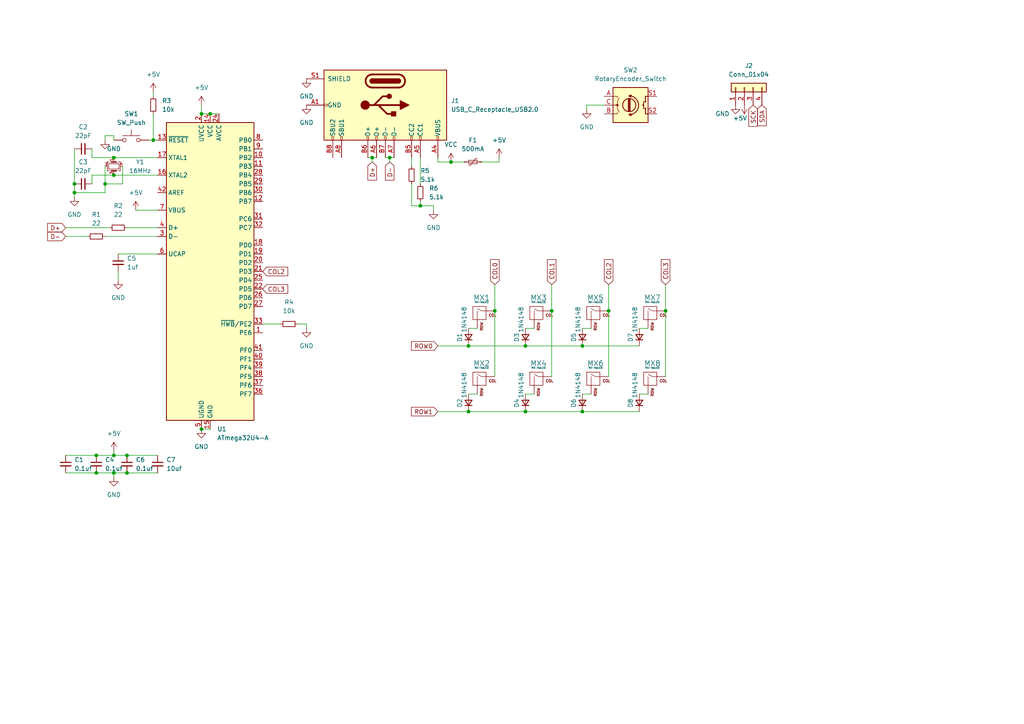
<source format=kicad_sch>
(kicad_sch (version 20211123) (generator eeschema)
  (paper "A4")
  (lib_symbols
    (symbol "Connector:USB_C_Receptacle_USB2.0" (pin_names (offset 1.016))
      (property "Reference" "J" (at -10.16 19.05 0))
      (property "Value" "USB_C_Receptacle_USB2.0" (at 19.05 19.05 0))
      (symbol "USB_C_Receptacle_USB2.0_0_0"
        (rectangle (start -0.254 -17.78) (end 0.254 -16.764))
        (rectangle (start 10.16 -14.986) (end 9.144 -15.494))
        (rectangle (start 10.16 -12.446) (end 9.144 -12.954))
        (rectangle (start 10.16 -4.826) (end 9.144 -5.334))
        (rectangle (start 10.16 -2.286) (end 9.144 -2.794))
        (rectangle (start 10.16 0.254) (end 9.144 -0.254))
        (rectangle (start 10.16 2.794) (end 9.144 2.286))
        (rectangle (start 10.16 7.874) (end 9.144 7.366))
        (rectangle (start 10.16 10.414) (end 9.144 9.906))
        (rectangle (start 10.16 15.494) (end 9.144 14.986))
      )
      (symbol "USB_C_Receptacle_USB2.0_0_1"
        (rectangle (start -10.16 17.78) (end 10.16 -17.78) (stroke (width 0.254)) (fill (type background)))
        (arc (start -8.89 -3.81) (mid -6.985 -5.715) (end -5.08 -3.81) (stroke (width 0.508)))
        (arc (start -7.62 -3.81) (mid -6.985 -4.445) (end -6.35 -3.81) (stroke (width 0.254)))
        (arc (start -7.62 -3.81) (mid -6.985 -4.445) (end -6.35 -3.81) (stroke (width 0.254)) (fill (type outline)))
        (rectangle (start -7.62 -3.81) (end -6.35 3.81) (stroke (width 0.254)) (fill (type outline)))
        (arc (start -6.35 3.81) (mid -6.985 4.445) (end -7.62 3.81) (stroke (width 0.254)))
        (arc (start -6.35 3.81) (mid -6.985 4.445) (end -7.62 3.81) (stroke (width 0.254)) (fill (type outline)))
        (arc (start -5.08 3.81) (mid -6.985 5.715) (end -8.89 3.81) (stroke (width 0.508)))
        (circle (center -2.54 1.143) (radius 0.635) (stroke (width 0.254)) (fill (type outline)))
        (circle (center 0 -5.842) (radius 1.27) (fill (type outline)))
        (polyline (pts (xy -8.89 -3.81) (xy -8.89 3.81)) (stroke (width 0.508)))
        (polyline (pts (xy -5.08 3.81) (xy -5.08 -3.81)) (stroke (width 0.508)))
        (polyline (pts (xy 0 -5.842) (xy 0 4.318)) (stroke (width 0.508)))
        (polyline (pts (xy 0 -3.302) (xy -2.54 -0.762) (xy -2.54 0.508)) (stroke (width 0.508)))
        (polyline (pts (xy 0 -2.032) (xy 2.54 0.508) (xy 2.54 1.778)) (stroke (width 0.508)))
        (polyline (pts (xy -1.27 4.318) (xy 0 6.858) (xy 1.27 4.318) (xy -1.27 4.318)) (stroke (width 0.254)) (fill (type outline)))
        (rectangle (start 1.905 1.778) (end 3.175 3.048) (stroke (width 0.254)) (fill (type outline)))
      )
      (symbol "USB_C_Receptacle_USB2.0_1_1"
        (pin passive line (at 0 -22.86 90) (length 5.08) (name "GND") (number "A1"))
        (pin passive line (at 0 -22.86 90) (length 5.08) hide (name "GND") (number "A12"))
        (pin passive line (at 15.24 15.24 180) (length 5.08) (name "VBUS") (number "A4"))
        (pin bidirectional line (at 15.24 10.16 180) (length 5.08) (name "CC1") (number "A5"))
        (pin bidirectional line (at 15.24 -2.54 180) (length 5.08) (name "D+") (number "A6"))
        (pin bidirectional line (at 15.24 2.54 180) (length 5.08) (name "D-") (number "A7"))
        (pin bidirectional line (at 15.24 -12.7 180) (length 5.08) (name "SBU1") (number "A8"))
        (pin passive line (at 15.24 15.24 180) (length 5.08) hide (name "VBUS") (number "A9"))
        (pin passive line (at 0 -22.86 90) (length 5.08) hide (name "GND") (number "B1"))
        (pin passive line (at 0 -22.86 90) (length 5.08) hide (name "GND") (number "B12"))
        (pin passive line (at 15.24 15.24 180) (length 5.08) hide (name "VBUS") (number "B4"))
        (pin bidirectional line (at 15.24 7.62 180) (length 5.08) (name "CC2") (number "B5"))
        (pin bidirectional line (at 15.24 -5.08 180) (length 5.08) (name "D+") (number "B6"))
        (pin bidirectional line (at 15.24 0 180) (length 5.08) (name "D-") (number "B7"))
        (pin bidirectional line (at 15.24 -15.24 180) (length 5.08) (name "SBU2") (number "B8"))
        (pin passive line (at 15.24 15.24 180) (length 5.08) hide (name "VBUS") (number "B9"))
        (pin passive line (at -7.62 -22.86 90) (length 5.08) (name "SHIELD") (number "S1"))
      )
    )
    (symbol "Connector_Generic:Conn_01x04" (pin_names (offset 1.016) hide)
      (property "Reference" "J" (at 0 5.08 0))
      (property "Value" "Conn_01x04" (at 0 -7.62 0))
      (symbol "Conn_01x04_1_1"
        (rectangle (start -1.27 -4.953) (end 0 -5.207) (stroke (width 0.1524)))
        (rectangle (start -1.27 -2.413) (end 0 -2.667) (stroke (width 0.1524)))
        (rectangle (start -1.27 0.127) (end 0 -0.127) (stroke (width 0.1524)))
        (rectangle (start -1.27 2.667) (end 0 2.413) (stroke (width 0.1524)))
        (rectangle (start -1.27 3.81) (end 1.27 -6.35) (stroke (width 0.254)) (fill (type background)))
        (pin passive line (at -5.08 2.54 0) (length 3.81) (name "Pin_1") (number "1"))
        (pin passive line (at -5.08 0 0) (length 3.81) (name "Pin_2") (number "2"))
        (pin passive line (at -5.08 -2.54 0) (length 3.81) (name "Pin_3") (number "3"))
        (pin passive line (at -5.08 -5.08 0) (length 3.81) (name "Pin_4") (number "4"))
      )
    )
    (symbol "Device:C_Small" (pin_numbers hide) (pin_names (offset 0.254) hide)
      (property "Reference" "C" (at 0.254 1.778 0))
      (property "Value" "C_Small" (at 0.254 -2.032 0))
      (symbol "C_Small_0_1"
        (polyline (pts (xy -1.524 -0.508) (xy 1.524 -0.508)) (stroke (width 0.3302)))
        (polyline (pts (xy -1.524 0.508) (xy 1.524 0.508)) (stroke (width 0.3048)))
      )
      (symbol "C_Small_1_1"
        (pin passive line (at 0 2.54 270) (length 2.032) (name "~") (number "1"))
        (pin passive line (at 0 -2.54 90) (length 2.032) (name "~") (number "2"))
      )
    )
    (symbol "Device:Crystal_GND24_Small" (pin_names (offset 1.016) hide)
      (property "Reference" "Y" (at 1.27 4.445 0))
      (property "Value" "Crystal_GND24_Small" (at 1.27 2.54 0))
      (symbol "Crystal_GND24_Small_0_1"
        (rectangle (start -0.762 -1.524) (end 0.762 1.524))
        (polyline (pts (xy -1.27 -0.762) (xy -1.27 0.762)) (stroke (width 0.381)))
        (polyline (pts (xy 1.27 -0.762) (xy 1.27 0.762)) (stroke (width 0.381)))
        (polyline (pts (xy -1.27 -1.27) (xy -1.27 -1.905) (xy 1.27 -1.905) (xy 1.27 -1.27)))
        (polyline (pts (xy -1.27 1.27) (xy -1.27 1.905) (xy 1.27 1.905) (xy 1.27 1.27)))
      )
      (symbol "Crystal_GND24_Small_1_1"
        (pin passive line (at -2.54 0 0) (length 1.27) (name "1") (number "1"))
        (pin passive line (at 0 -2.54 90) (length 0.635) (name "2") (number "2"))
        (pin passive line (at 2.54 0 180) (length 1.27) (name "3") (number "3"))
        (pin passive line (at 0 2.54 270) (length 0.635) (name "4") (number "4"))
      )
    )
    (symbol "Device:D_Small" (pin_numbers hide) (pin_names (offset 0.254) hide)
      (property "Reference" "D" (at -1.27 2.032 0))
      (property "Value" "D_Small" (at -3.81 -2.032 0))
      (symbol "D_Small_0_1"
        (polyline (pts (xy -0.762 -1.016) (xy -0.762 1.016)) (stroke (width 0.254)))
        (polyline (pts (xy -0.762 0) (xy 0.762 0)))
        (polyline (pts (xy 0.762 -1.016) (xy -0.762 0) (xy 0.762 1.016) (xy 0.762 -1.016)) (stroke (width 0.254)))
      )
      (symbol "D_Small_1_1"
        (pin passive line (at -2.54 0 0) (length 1.778) (name "K") (number "1"))
        (pin passive line (at 2.54 0 180) (length 1.778) (name "A") (number "2"))
      )
    )
    (symbol "Device:Polyfuse_Small" (pin_numbers hide) (pin_names (offset 0))
      (property "Reference" "F" (at -1.905 0 90))
      (property "Value" "Polyfuse_Small" (at 1.905 0 90))
      (symbol "Polyfuse_Small_0_1"
        (rectangle (start -0.508 1.27) (end 0.508 -1.27))
        (polyline (pts (xy 0 2.54) (xy 0 -2.54)))
        (polyline (pts (xy -1.016 1.27) (xy -1.016 0.762) (xy 1.016 -0.762) (xy 1.016 -1.27)))
      )
      (symbol "Polyfuse_Small_1_1"
        (pin passive line (at 0 2.54 270) (length 0.635) (name "~") (number "1"))
        (pin passive line (at 0 -2.54 90) (length 0.635) (name "~") (number "2"))
      )
    )
    (symbol "Device:R_Small" (pin_numbers hide) (pin_names (offset 0.254) hide)
      (property "Reference" "R" (at 0.762 0.508 0))
      (property "Value" "R_Small" (at 0.762 -1.016 0))
      (symbol "R_Small_0_1"
        (rectangle (start -0.762 1.778) (end 0.762 -1.778) (stroke (width 0.2032)))
      )
      (symbol "R_Small_1_1"
        (pin passive line (at 0 2.54 270) (length 0.762) (name "~") (number "1"))
        (pin passive line (at 0 -2.54 90) (length 0.762) (name "~") (number "2"))
      )
    )
    (symbol "Device:RotaryEncoder_Switch" (pin_names (offset 0.254) hide)
      (property "Reference" "SW" (at 0 6.604 0))
      (property "Value" "RotaryEncoder_Switch" (at 0 -6.604 0))
      (symbol "RotaryEncoder_Switch_0_1"
        (rectangle (start -5.08 5.08) (end 5.08 -5.08) (stroke (width 0.254)) (fill (type background)))
        (circle (center -3.81 0) (radius 0.254) (fill (type outline)))
        (arc (start -0.381 -2.794) (mid 2.3622 -0.0508) (end -0.381 2.667) (stroke (width 0.254)))
        (circle (center -0.381 0) (radius 1.905) (stroke (width 0.254)))
        (polyline (pts (xy -0.635 -1.778) (xy -0.635 1.778)) (stroke (width 0.254)))
        (polyline (pts (xy -0.381 -1.778) (xy -0.381 1.778)) (stroke (width 0.254)))
        (polyline (pts (xy -0.127 1.778) (xy -0.127 -1.778)) (stroke (width 0.254)))
        (polyline (pts (xy 3.81 0) (xy 3.429 0)) (stroke (width 0.254)))
        (polyline (pts (xy 3.81 1.016) (xy 3.81 -1.016)) (stroke (width 0.254)))
        (polyline (pts (xy -5.08 -2.54) (xy -3.81 -2.54) (xy -3.81 -2.032)))
        (polyline (pts (xy -5.08 2.54) (xy -3.81 2.54) (xy -3.81 2.032)))
        (polyline (pts (xy 0.254 -3.048) (xy -0.508 -2.794) (xy 0.127 -2.413)) (stroke (width 0.254)))
        (polyline (pts (xy 0.254 2.921) (xy -0.508 2.667) (xy 0.127 2.286)) (stroke (width 0.254)))
        (polyline (pts (xy 5.08 -2.54) (xy 4.318 -2.54) (xy 4.318 -1.016)) (stroke (width 0.254)))
        (polyline (pts (xy 5.08 2.54) (xy 4.318 2.54) (xy 4.318 1.016)) (stroke (width 0.254)))
        (polyline (pts (xy -5.08 0) (xy -3.81 0) (xy -3.81 -1.016) (xy -3.302 -2.032)))
        (polyline (pts (xy -4.318 0) (xy -3.81 0) (xy -3.81 1.016) (xy -3.302 2.032)))
        (circle (center 4.318 -1.016) (radius 0.127) (stroke (width 0.254)))
        (circle (center 4.318 1.016) (radius 0.127) (stroke (width 0.254)))
      )
      (symbol "RotaryEncoder_Switch_1_1"
        (pin passive line (at -7.62 2.54 0) (length 2.54) (name "A") (number "A"))
        (pin passive line (at -7.62 -2.54 0) (length 2.54) (name "B") (number "B"))
        (pin passive line (at -7.62 0 0) (length 2.54) (name "C") (number "C"))
        (pin passive line (at 7.62 2.54 180) (length 2.54) (name "S1") (number "S1"))
        (pin passive line (at 7.62 -2.54 180) (length 2.54) (name "S2") (number "S2"))
      )
    )
    (symbol "MCU_Microchip_ATmega:ATmega32U4-A"
      (property "Reference" "U" (at -12.7 44.45 0))
      (property "Value" "ATmega32U4-A" (at 2.54 -44.45 0))
      (symbol "ATmega32U4-A_0_1"
        (rectangle (start -12.7 -43.18) (end 12.7 43.18) (stroke (width 0.254)) (fill (type background)))
      )
      (symbol "ATmega32U4-A_1_1"
        (pin bidirectional line (at 15.24 -17.78 180) (length 2.54) (name "PE6") (number "1"))
        (pin bidirectional line (at 15.24 33.02 180) (length 2.54) (name "PB2") (number "10"))
        (pin bidirectional line (at 15.24 30.48 180) (length 2.54) (name "PB3") (number "11"))
        (pin bidirectional line (at 15.24 20.32 180) (length 2.54) (name "PB7") (number "12"))
        (pin input line (at -15.24 38.1 0) (length 2.54) (name "~{RESET}") (number "13"))
        (pin power_in line (at 0 45.72 270) (length 2.54) (name "VCC") (number "14"))
        (pin power_in line (at 0 -45.72 90) (length 2.54) (name "GND") (number "15"))
        (pin output line (at -15.24 27.94 0) (length 2.54) (name "XTAL2") (number "16"))
        (pin input line (at -15.24 33.02 0) (length 2.54) (name "XTAL1") (number "17"))
        (pin bidirectional line (at 15.24 7.62 180) (length 2.54) (name "PD0") (number "18"))
        (pin bidirectional line (at 15.24 5.08 180) (length 2.54) (name "PD1") (number "19"))
        (pin power_in line (at -2.54 45.72 270) (length 2.54) (name "UVCC") (number "2"))
        (pin bidirectional line (at 15.24 2.54 180) (length 2.54) (name "PD2") (number "20"))
        (pin bidirectional line (at 15.24 0 180) (length 2.54) (name "PD3") (number "21"))
        (pin bidirectional line (at 15.24 -5.08 180) (length 2.54) (name "PD5") (number "22"))
        (pin passive line (at 0 -45.72 90) (length 2.54) hide (name "GND") (number "23"))
        (pin power_in line (at 2.54 45.72 270) (length 2.54) (name "AVCC") (number "24"))
        (pin bidirectional line (at 15.24 -2.54 180) (length 2.54) (name "PD4") (number "25"))
        (pin bidirectional line (at 15.24 -7.62 180) (length 2.54) (name "PD6") (number "26"))
        (pin bidirectional line (at 15.24 -10.16 180) (length 2.54) (name "PD7") (number "27"))
        (pin bidirectional line (at 15.24 27.94 180) (length 2.54) (name "PB4") (number "28"))
        (pin bidirectional line (at 15.24 25.4 180) (length 2.54) (name "PB5") (number "29"))
        (pin bidirectional line (at -15.24 10.16 0) (length 2.54) (name "D-") (number "3"))
        (pin bidirectional line (at 15.24 22.86 180) (length 2.54) (name "PB6") (number "30"))
        (pin bidirectional line (at 15.24 15.24 180) (length 2.54) (name "PC6") (number "31"))
        (pin bidirectional line (at 15.24 12.7 180) (length 2.54) (name "PC7") (number "32"))
        (pin bidirectional line (at 15.24 -15.24 180) (length 2.54) (name "~{HWB}/PE2") (number "33"))
        (pin passive line (at 0 45.72 270) (length 2.54) hide (name "VCC") (number "34"))
        (pin passive line (at 0 -45.72 90) (length 2.54) hide (name "GND") (number "35"))
        (pin bidirectional line (at 15.24 -35.56 180) (length 2.54) (name "PF7") (number "36"))
        (pin bidirectional line (at 15.24 -33.02 180) (length 2.54) (name "PF6") (number "37"))
        (pin bidirectional line (at 15.24 -30.48 180) (length 2.54) (name "PF5") (number "38"))
        (pin bidirectional line (at 15.24 -27.94 180) (length 2.54) (name "PF4") (number "39"))
        (pin bidirectional line (at -15.24 12.7 0) (length 2.54) (name "D+") (number "4"))
        (pin bidirectional line (at 15.24 -25.4 180) (length 2.54) (name "PF1") (number "40"))
        (pin bidirectional line (at 15.24 -22.86 180) (length 2.54) (name "PF0") (number "41"))
        (pin passive line (at -15.24 22.86 0) (length 2.54) (name "AREF") (number "42"))
        (pin passive line (at 0 -45.72 90) (length 2.54) hide (name "GND") (number "43"))
        (pin passive line (at 2.54 45.72 270) (length 2.54) hide (name "AVCC") (number "44"))
        (pin passive line (at -2.54 -45.72 90) (length 2.54) (name "UGND") (number "5"))
        (pin passive line (at -15.24 5.08 0) (length 2.54) (name "UCAP") (number "6"))
        (pin input line (at -15.24 17.78 0) (length 2.54) (name "VBUS") (number "7"))
        (pin bidirectional line (at 15.24 38.1 180) (length 2.54) (name "PB0") (number "8"))
        (pin bidirectional line (at 15.24 35.56 180) (length 2.54) (name "PB1") (number "9"))
      )
    )
    (symbol "MX_Alps_Hybrid:MX-NoLED" (pin_names (offset 1.016))
      (property "Reference" "MX" (at -0.635 3.81 0))
      (property "Value" "MX-NoLED" (at -0.635 1.27 0))
      (symbol "MX-NoLED_0_0"
        (rectangle (start -2.54 2.54) (end 1.27 -1.27))
        (polyline (pts (xy -1.27 -1.27) (xy -1.27 1.27)) (stroke (width 0.127)))
        (polyline (pts (xy 1.27 1.27) (xy 0 1.27) (xy -1.27 1.905)) (stroke (width 0.127)))
        (text "COL" (at 3.175 0 0) (effects (font (size 0.762 0.762))))
        (text "ROW" (at 0 -1.905 900) (effects (font (size 0.762 0.762)) (justify right)))
      )
      (symbol "MX-NoLED_1_1"
        (pin passive line (at 3.81 1.27 180) (length 2.54) (name "COL") (number "1"))
        (pin passive line (at -1.27 -3.81 90) (length 2.54) (name "ROW") (number "2"))
      )
    )
    (symbol "Switch:SW_Push" (pin_numbers hide) (pin_names (offset 1.016) hide)
      (property "Reference" "SW" (at 1.27 2.54 0))
      (property "Value" "SW_Push" (at 0 -1.524 0))
      (symbol "SW_Push_0_1"
        (circle (center -2.032 0) (radius 0.508))
        (polyline (pts (xy 0 1.27) (xy 0 3.048)))
        (polyline (pts (xy 2.54 1.27) (xy -2.54 1.27)))
        (circle (center 2.032 0) (radius 0.508))
        (pin passive line (at -5.08 0 0) (length 2.54) (name "1") (number "1"))
        (pin passive line (at 5.08 0 180) (length 2.54) (name "2") (number "2"))
      )
    )
    (symbol "power:+5V" (power) (pin_names (offset 0))
      (property "Value" "+5V" (at 0 3.556 0))
      (symbol "+5V_0_1"
        (polyline (pts (xy -0.762 1.27) (xy 0 2.54)))
        (polyline (pts (xy 0 0) (xy 0 2.54)))
        (polyline (pts (xy 0 2.54) (xy 0.762 1.27)))
      )
      (symbol "+5V_1_1"
        (pin power_in line (at 0 0 90) (length 0) hide (name "+5V") (number "1"))
      )
    )
    (symbol "power:GND" (power) (pin_names (offset 0))
      (property "Value" "GND" (at 0 -3.81 0))
      (symbol "GND_0_1"
        (polyline (pts (xy 0 0) (xy 0 -1.27) (xy 1.27 -1.27) (xy 0 -2.54) (xy -1.27 -1.27) (xy 0 -1.27)))
      )
      (symbol "GND_1_1"
        (pin power_in line (at 0 0 270) (length 0) hide (name "GND") (number "1"))
      )
    )
    (symbol "power:VCC" (power) (pin_names (offset 0))
      (property "Value" "VCC" (at 0 3.81 0))
      (symbol "VCC_0_1"
        (polyline (pts (xy -0.762 1.27) (xy 0 2.54)))
        (polyline (pts (xy 0 0) (xy 0 2.54)))
        (polyline (pts (xy 0 2.54) (xy 0.762 1.27)))
      )
      (symbol "VCC_1_1"
        (pin power_in line (at 0 0 90) (length 0) hide (name "VCC") (number "1"))
      )
    )
  )
  (junction (at 27.94 137.16))
  (junction (at 33.02 50.8))
  (junction (at 135.89 100.33))
  (junction (at 21.59 55.88))
  (junction (at 152.4 119.38))
  (junction (at 193.04 90.17))
  (junction (at 36.83 132.08))
  (junction (at 168.91 100.33))
  (junction (at 168.91 119.38))
  (junction (at 33.02 137.16))
  (junction (at 58.42 33.02))
  (junction (at 152.4 100.33))
  (junction (at 27.94 132.08))
  (junction (at 143.51 90.17))
  (junction (at 58.42 124.46))
  (junction (at 36.83 137.16))
  (junction (at 107.95 45.72))
  (junction (at 44.45 40.64))
  (junction (at 135.89 119.38))
  (junction (at 30.48 53.34))
  (junction (at 60.96 33.02))
  (junction (at 160.02 90.17))
  (junction (at 130.81 46.99))
  (junction (at 21.59 53.34))
  (junction (at 113.03 45.72))
  (junction (at 176.53 90.17))
  (junction (at 33.02 45.72))
  (junction (at 121.92 59.69))
  (junction (at 33.02 132.08))
  (wire (pts (xy 170.18 30.48) (xy 175.26 30.48)))
  (wire (pts (xy 185.42 95.25) (xy 187.96 95.25)))
  (wire (pts (xy 160.02 90.17) (xy 160.02 109.22)))
  (wire (pts (xy 60.96 33.02) (xy 63.5 33.02)))
  (wire (pts (xy 160.02 82.55) (xy 160.02 90.17)))
  (wire (pts (xy 36.83 66.04) (xy 45.72 66.04)))
  (wire (pts (xy 152.4 95.25) (xy 154.94 95.25)))
  (wire (pts (xy 152.4 100.33) (xy 168.91 100.33)))
  (wire (pts (xy 119.38 45.72) (xy 119.38 48.26)))
  (wire (pts (xy 35.56 53.34) (xy 30.48 53.34)))
  (wire (pts (xy 76.2 93.98) (xy 81.28 93.98)))
  (wire (pts (xy 143.51 90.17) (xy 143.51 109.22)))
  (wire (pts (xy 135.89 119.38) (xy 152.4 119.38)))
  (wire (pts (xy 176.53 82.55) (xy 176.53 90.17)))
  (wire (pts (xy 19.05 68.58) (xy 25.4 68.58)))
  (wire (pts (xy 127 119.38) (xy 135.89 119.38)))
  (wire (pts (xy 185.42 114.3) (xy 187.96 114.3)))
  (wire (pts (xy 33.02 39.37) (xy 30.48 39.37)))
  (wire (pts (xy 58.42 33.02) (xy 60.96 33.02)))
  (wire (pts (xy 193.04 82.55) (xy 193.04 90.17)))
  (wire (pts (xy 27.94 137.16) (xy 33.02 137.16)))
  (wire (pts (xy 135.89 100.33) (xy 152.4 100.33)))
  (wire (pts (xy 30.48 53.34) (xy 30.48 55.88)))
  (wire (pts (xy 119.38 59.69) (xy 121.92 59.69)))
  (wire (pts (xy 30.48 48.26) (xy 30.48 53.34)))
  (wire (pts (xy 26.67 45.72) (xy 26.67 43.18)))
  (wire (pts (xy 33.02 50.8) (xy 26.67 50.8)))
  (wire (pts (xy 121.92 58.42) (xy 121.92 59.69)))
  (wire (pts (xy 34.29 73.66) (xy 45.72 73.66)))
  (wire (pts (xy 44.45 33.02) (xy 44.45 40.64)))
  (wire (pts (xy 193.04 90.17) (xy 193.04 109.22)))
  (wire (pts (xy 121.92 59.69) (xy 125.73 59.69)))
  (wire (pts (xy 127 46.99) (xy 130.81 46.99)))
  (wire (pts (xy 107.95 45.72) (xy 109.22 45.72)))
  (wire (pts (xy 35.56 48.26) (xy 35.56 53.34)))
  (wire (pts (xy 113.03 45.72) (xy 113.03 46.99)))
  (wire (pts (xy 33.02 50.8) (xy 45.72 50.8)))
  (wire (pts (xy 30.48 55.88) (xy 21.59 55.88)))
  (wire (pts (xy 58.42 124.46) (xy 60.96 124.46)))
  (wire (pts (xy 119.38 53.34) (xy 119.38 59.69)))
  (wire (pts (xy 43.18 40.64) (xy 44.45 40.64)))
  (wire (pts (xy 44.45 40.64) (xy 45.72 40.64)))
  (wire (pts (xy 58.42 30.48) (xy 58.42 33.02)))
  (wire (pts (xy 33.02 45.72) (xy 26.67 45.72)))
  (wire (pts (xy 127 100.33) (xy 135.89 100.33)))
  (wire (pts (xy 168.91 95.25) (xy 171.45 95.25)))
  (wire (pts (xy 36.83 132.08) (xy 45.72 132.08)))
  (wire (pts (xy 139.7 46.99) (xy 144.78 46.99)))
  (wire (pts (xy 121.92 45.72) (xy 121.92 53.34)))
  (wire (pts (xy 168.91 114.3) (xy 171.45 114.3)))
  (wire (pts (xy 88.9 93.98) (xy 88.9 95.25)))
  (wire (pts (xy 33.02 130.81) (xy 33.02 132.08)))
  (wire (pts (xy 30.48 68.58) (xy 45.72 68.58)))
  (wire (pts (xy 152.4 119.38) (xy 168.91 119.38)))
  (wire (pts (xy 168.91 119.38) (xy 185.42 119.38)))
  (wire (pts (xy 33.02 45.72) (xy 45.72 45.72)))
  (wire (pts (xy 34.29 78.74) (xy 34.29 81.28)))
  (wire (pts (xy 127 45.72) (xy 127 46.99)))
  (wire (pts (xy 125.73 59.69) (xy 125.73 60.96)))
  (wire (pts (xy 135.89 114.3) (xy 138.43 114.3)))
  (wire (pts (xy 21.59 43.18) (xy 21.59 53.34)))
  (wire (pts (xy 111.76 45.72) (xy 113.03 45.72)))
  (wire (pts (xy 44.45 26.67) (xy 44.45 27.94)))
  (wire (pts (xy 113.03 45.72) (xy 114.3 45.72)))
  (wire (pts (xy 33.02 137.16) (xy 33.02 138.43)))
  (wire (pts (xy 170.18 30.48) (xy 170.18 31.75)))
  (wire (pts (xy 143.51 82.55) (xy 143.51 90.17)))
  (wire (pts (xy 19.05 132.08) (xy 27.94 132.08)))
  (wire (pts (xy 144.78 45.72) (xy 144.78 46.99)))
  (wire (pts (xy 33.02 40.64) (xy 33.02 39.37)))
  (wire (pts (xy 106.68 45.72) (xy 107.95 45.72)))
  (wire (pts (xy 27.94 132.08) (xy 33.02 132.08)))
  (wire (pts (xy 19.05 137.16) (xy 27.94 137.16)))
  (wire (pts (xy 135.89 95.25) (xy 138.43 95.25)))
  (wire (pts (xy 30.48 39.37) (xy 30.48 40.64)))
  (wire (pts (xy 152.4 114.3) (xy 154.94 114.3)))
  (wire (pts (xy 107.95 45.72) (xy 107.95 46.99)))
  (wire (pts (xy 176.53 90.17) (xy 176.53 109.22)))
  (wire (pts (xy 130.81 46.99) (xy 134.62 46.99)))
  (wire (pts (xy 36.83 137.16) (xy 45.72 137.16)))
  (wire (pts (xy 21.59 53.34) (xy 21.59 55.88)))
  (wire (pts (xy 21.59 55.88) (xy 21.59 57.15)))
  (wire (pts (xy 33.02 132.08) (xy 36.83 132.08)))
  (wire (pts (xy 39.37 60.96) (xy 45.72 60.96)))
  (wire (pts (xy 19.05 66.04) (xy 31.75 66.04)))
  (wire (pts (xy 168.91 100.33) (xy 185.42 100.33)))
  (wire (pts (xy 86.36 93.98) (xy 88.9 93.98)))
  (wire (pts (xy 26.67 50.8) (xy 26.67 53.34)))
  (wire (pts (xy 33.02 137.16) (xy 36.83 137.16)))
  (global_label "D-" (shape input) (at 113.03 46.99 270) (property "Intersheet References" "${INTERSHEET_REFS}" (effects hide)))
  (global_label "D+" (shape input) (at 107.95 46.99 270) (property "Intersheet References" "${INTERSHEET_REFS}" (effects hide)))
  (global_label "ROW0" (shape input) (at 127 100.33 180) (property "Intersheet References" "${INTERSHEET_REFS}" (effects hide)))
  (global_label "COL1" (shape input) (at 160.02 82.55 90) (property "Intersheet References" "${INTERSHEET_REFS}" (effects hide)))
  (global_label "ROW1" (shape input) (at 127 119.38 180) (property "Intersheet References" "${INTERSHEET_REFS}" (effects hide)))
  (global_label "SDA" (shape input) (at 220.98 30.48 270) (property "Intersheet References" "${INTERSHEET_REFS}" (effects hide)))
  (global_label "COL3" (shape input) (at 193.04 82.55 90) (property "Intersheet References" "${INTERSHEET_REFS}" (effects hide)))
  (global_label "SCK" (shape input) (at 218.44 30.48 270) (property "Intersheet References" "${INTERSHEET_REFS}" (effects hide)))
  (global_label "D-" (shape input) (at 19.05 68.58 180) (property "Intersheet References" "${INTERSHEET_REFS}" (effects hide)))
  (global_label "COL2" (shape input) (at 176.53 82.55 90) (property "Intersheet References" "${INTERSHEET_REFS}" (effects hide)))
  (global_label "COL0" (shape input) (at 143.51 82.55 90) (property "Intersheet References" "${INTERSHEET_REFS}" (effects hide)))
  (global_label "COL2" (shape input) (at 76.2 78.74 0) (property "Intersheet References" "${INTERSHEET_REFS}" (effects hide)))
  (global_label "D+" (shape input) (at 19.05 66.04 180) (property "Intersheet References" "${INTERSHEET_REFS}" (effects hide)))
  (global_label "COL3" (shape input) (at 76.2 83.82 0) (property "Intersheet References" "${INTERSHEET_REFS}" (effects hide)))
  (symbol (lib_id "Device:R_Small") (at 44.45 30.48 0) (unit 1)
    (property "Reference" "R3" (at 46.99 29.2099 0) (effects (justify left)))
    (property "Value" "10k" (at 46.99 31.7499 0) (effects (justify left)))
    (property "Footprint" "Resistor_SMD:R_0805_2012Metric_Pad1.20x1.40mm_HandSolder" (effects hide))
  )
  (symbol (lib_id "power:+5V") (at 215.9 30.48 180) (unit 1)
    (property "Reference" "#PWR0118" (effects hide))
    (property "Value" "+5V" (at 214.63 34.29 0))
  )
  (symbol (lib_id "Device:D_Small") (at 185.42 97.79 90) (unit 1)
    (property "Reference" "D7" (at 182.88 96.52 0) (effects (justify right)))
    (property "Value" "1N4148" (at 184.15 88.9 0) (effects (justify right)))
    (property "Footprint" "Diode_THT:D_DO-35_SOD27_P7.62mm_Horizontal" (effects hide))
  )
  (symbol (lib_id "MX_Alps_Hybrid:MX-NoLED") (at 139.7 110.49 0) (unit 1)
    (property "Reference" "MX2" (at 139.7 105.41 0) (effects (font (size 1.524 1.524))))
    (property "Value" "MX-NoLED" (at 139.7 106.68 0) (effects (font (size 0.508 0.508))))
    (property "Footprint" "Button_Switch_Keyboard:SW_Cherry_MX_1.00u_PCB" (effects hide))
  )
  (symbol (lib_id "power:GND") (at 125.73 60.96 0) (unit 1)
    (property "Reference" "#PWR0105" (effects hide))
    (property "Value" "GND" (at 125.73 66.04 0))
  )
  (symbol (lib_id "Device:D_Small") (at 135.89 97.79 90) (unit 1)
    (property "Reference" "D1" (at 133.35 96.52 0) (effects (justify right)))
    (property "Value" "1N4148" (at 134.62 88.9 0) (effects (justify right)))
    (property "Footprint" "Diode_THT:D_DO-35_SOD27_P7.62mm_Horizontal" (effects hide))
  )
  (symbol (lib_id "Connector_Generic:Conn_01x04") (at 215.9 25.4 90) (unit 1)
    (property "Reference" "J2" (at 217.17 19.05 90))
    (property "Value" "Conn_01x04" (at 217.17 21.59 90))
    (property "Footprint" "Connector_PinHeader_2.54mm:PinHeader_1x04_P2.54mm_Vertical" (effects hide))
  )
  (symbol (lib_id "Device:D_Small") (at 168.91 97.79 90) (unit 1)
    (property "Reference" "D5" (at 166.37 96.52 0) (effects (justify right)))
    (property "Value" "1N4148" (at 167.64 88.9 0) (effects (justify right)))
    (property "Footprint" "Diode_THT:D_DO-35_SOD27_P7.62mm_Horizontal" (effects hide))
  )
  (symbol (lib_id "Device:RotaryEncoder_Switch") (at 182.88 30.48 0) (unit 1)
    (property "Reference" "SW2" (at 182.88 20.32 0))
    (property "Value" "RotaryEncoder_Switch" (at 182.88 22.86 0))
    (property "Footprint" "Rotary_Encoder:RotaryEncoder_Alps_EC11E-Switch_Vertical_H20mm" (effects hide))
  )
  (symbol (lib_id "power:GND") (at 88.9 22.86 0) (unit 1)
    (property "Reference" "#PWR0102" (effects hide))
    (property "Value" "GND" (at 88.9 27.94 0))
  )
  (symbol (lib_id "power:GND") (at 33.02 138.43 0) (unit 1)
    (property "Reference" "#PWR0114" (effects hide))
    (property "Value" "GND" (at 33.02 143.51 0))
  )
  (symbol (lib_id "MX_Alps_Hybrid:MX-NoLED") (at 172.72 91.44 0) (unit 1)
    (property "Reference" "MX5" (at 172.72 86.36 0) (effects (font (size 1.524 1.524))))
    (property "Value" "MX-NoLED" (at 172.72 87.63 0) (effects (font (size 0.508 0.508))))
    (property "Footprint" "Button_Switch_Keyboard:SW_Cherry_MX_1.00u_PCB" (effects hide))
  )
  (symbol (lib_id "power:GND") (at 170.18 31.75 0) (unit 1)
    (property "Reference" "#PWR0116" (effects hide))
    (property "Value" "GND" (at 170.18 36.83 0))
  )
  (symbol (lib_id "Device:R_Small") (at 27.94 68.58 270) (unit 1)
    (property "Reference" "R1" (at 27.94 62.23 90))
    (property "Value" "22" (at 27.94 64.77 90))
    (property "Footprint" "Resistor_SMD:R_0805_2012Metric_Pad1.20x1.40mm_HandSolder" (effects hide))
  )
  (symbol (lib_id "Device:D_Small") (at 152.4 116.84 90) (unit 1)
    (property "Reference" "D4" (at 149.86 115.57 0) (effects (justify right)))
    (property "Value" "1N4148" (at 151.13 107.95 0) (effects (justify right)))
    (property "Footprint" "Diode_THT:D_DO-35_SOD27_P7.62mm_Horizontal" (effects hide))
  )
  (symbol (lib_id "Device:R_Small") (at 121.92 55.88 0) (unit 1)
    (property "Reference" "R6" (at 124.46 54.6099 0) (effects (justify left)))
    (property "Value" "5.1k" (at 124.46 57.1499 0) (effects (justify left)))
    (property "Footprint" "Resistor_SMD:R_0805_2012Metric_Pad1.20x1.40mm_HandSolder" (effects hide))
  )
  (symbol (lib_id "MX_Alps_Hybrid:MX-NoLED") (at 156.21 110.49 0) (unit 1)
    (property "Reference" "MX4" (at 156.21 105.41 0) (effects (font (size 1.524 1.524))))
    (property "Value" "MX-NoLED" (at 156.21 106.68 0) (effects (font (size 0.508 0.508))))
    (property "Footprint" "Button_Switch_Keyboard:SW_Cherry_MX_1.00u_PCB" (effects hide))
  )
  (symbol (lib_id "Device:C_Small") (at 36.83 134.62 0) (unit 1)
    (property "Reference" "C6" (at 39.37 133.3562 0) (effects (justify left)))
    (property "Value" "0.1uf" (at 39.37 135.8962 0) (effects (justify left)))
    (property "Footprint" "Capacitor_SMD:C_0805_2012Metric_Pad1.18x1.45mm_HandSolder" (effects hide))
  )
  (symbol (lib_id "power:+5V") (at 44.45 26.67 0) (unit 1)
    (property "Reference" "#PWR0110" (effects hide))
    (property "Value" "+5V" (at 44.45 21.59 0))
  )
  (symbol (lib_id "MX_Alps_Hybrid:MX-NoLED") (at 172.72 110.49 0) (unit 1)
    (property "Reference" "MX6" (at 172.72 105.41 0) (effects (font (size 1.524 1.524))))
    (property "Value" "MX-NoLED" (at 172.72 106.68 0) (effects (font (size 0.508 0.508))))
    (property "Footprint" "Button_Switch_Keyboard:SW_Cherry_MX_1.00u_PCB" (effects hide))
  )
  (symbol (lib_id "Device:R_Small") (at 119.38 50.8 0) (unit 1)
    (property "Reference" "R5" (at 121.92 49.5299 0) (effects (justify left)))
    (property "Value" "5.1k" (at 121.92 52.0699 0) (effects (justify left)))
    (property "Footprint" "Resistor_SMD:R_0805_2012Metric_Pad1.20x1.40mm_HandSolder" (effects hide))
  )
  (symbol (lib_id "MX_Alps_Hybrid:MX-NoLED") (at 189.23 91.44 0) (unit 1)
    (property "Reference" "MX7" (at 189.23 86.36 0) (effects (font (size 1.524 1.524))))
    (property "Value" "MX-NoLED" (at 189.23 87.63 0) (effects (font (size 0.508 0.508))))
    (property "Footprint" "Button_Switch_Keyboard:SW_Cherry_MX_1.00u_PCB" (effects hide))
  )
  (symbol (lib_id "power:GND") (at 34.29 81.28 0) (unit 1)
    (property "Reference" "#PWR0112" (effects hide))
    (property "Value" "GND" (at 34.29 86.36 0))
  )
  (symbol (lib_id "Device:Crystal_GND24_Small") (at 33.02 48.26 270) (unit 1)
    (property "Reference" "Y1" (at 40.64 46.99 90))
    (property "Value" "16MHz" (at 40.64 49.53 90))
    (property "Footprint" "Crystal:Crystal_SMD_3225-4Pin_3.2x2.5mm" (effects hide))
  )
  (symbol (lib_id "power:+5V") (at 144.78 45.72 0) (unit 1)
    (property "Reference" "#PWR0101" (effects hide))
    (property "Value" "+5V" (at 144.78 40.64 0))
  )
  (symbol (lib_id "Device:C_Small") (at 45.72 134.62 0) (unit 1)
    (property "Reference" "C7" (at 48.26 133.3562 0) (effects (justify left)))
    (property "Value" "10uf" (at 48.26 135.8962 0) (effects (justify left)))
    (property "Footprint" "Capacitor_SMD:C_0805_2012Metric_Pad1.18x1.45mm_HandSolder" (effects hide))
  )
  (symbol (lib_id "power:GND") (at 21.59 57.15 0) (unit 1)
    (property "Reference" "#PWR0111" (effects hide))
    (property "Value" "GND" (at 21.59 62.23 0))
  )
  (symbol (lib_id "Device:D_Small") (at 168.91 116.84 90) (unit 1)
    (property "Reference" "D6" (at 166.37 115.57 0) (effects (justify right)))
    (property "Value" "1N4148" (at 167.64 107.95 0) (effects (justify right)))
    (property "Footprint" "Diode_THT:D_DO-35_SOD27_P7.62mm_Horizontal" (effects hide))
  )
  (symbol (lib_id "Device:Polyfuse_Small") (at 137.16 46.99 90) (unit 1)
    (property "Reference" "F1" (at 137.16 40.64 90))
    (property "Value" "500mA" (at 137.16 43.18 90))
    (property "Footprint" "Fuse:Fuse_1206_3216Metric_Pad1.42x1.75mm_HandSolder" (effects hide))
  )
  (symbol (lib_id "Device:C_Small") (at 24.13 53.34 90) (unit 1)
    (property "Reference" "C3" (at 24.1363 46.99 90))
    (property "Value" "22pF" (at 24.1363 49.53 90))
    (property "Footprint" "Capacitor_SMD:C_0805_2012Metric_Pad1.18x1.45mm_HandSolder" (effects hide))
  )
  (symbol (lib_id "Device:R_Small") (at 83.82 93.98 90) (unit 1)
    (property "Reference" "R4" (at 83.82 87.63 90))
    (property "Value" "10k" (at 83.82 90.17 90))
    (property "Footprint" "Resistor_SMD:R_0805_2012Metric_Pad1.20x1.40mm_HandSolder" (effects hide))
  )
  (symbol (lib_id "Device:R_Small") (at 34.29 66.04 90) (unit 1)
    (property "Reference" "R2" (at 34.29 59.69 90))
    (property "Value" "22" (at 34.29 62.23 90))
    (property "Footprint" "Resistor_SMD:R_0805_2012Metric_Pad1.20x1.40mm_HandSolder" (effects hide))
  )
  (symbol (lib_id "power:VCC") (at 130.81 46.99 0) (unit 1)
    (property "Reference" "#PWR0104" (effects hide))
    (property "Value" "VCC" (at 130.81 41.91 0))
  )
  (symbol (lib_id "Device:C_Small") (at 24.13 43.18 90) (unit 1)
    (property "Reference" "C2" (at 24.1363 36.83 90))
    (property "Value" "22pF" (at 24.1363 39.37 90))
    (property "Footprint" "Capacitor_SMD:C_0805_2012Metric_Pad1.18x1.45mm_HandSolder" (effects hide))
  )
  (symbol (lib_id "Device:D_Small") (at 185.42 116.84 90) (unit 1)
    (property "Reference" "D8" (at 182.88 115.57 0) (effects (justify right)))
    (property "Value" "1N4148" (at 184.15 107.95 0) (effects (justify right)))
    (property "Footprint" "Diode_THT:D_DO-35_SOD27_P7.62mm_Horizontal" (effects hide))
  )
  (symbol (lib_id "Switch:SW_Push") (at 38.1 40.64 0) (unit 1)
    (property "Reference" "SW1" (at 38.1 33.02 0))
    (property "Value" "SW_Push" (at 38.1 35.56 0))
    (property "Footprint" "Button_Switch_SMD:SW_SPST_SKQG_WithStem" (effects hide))
  )
  (symbol (lib_id "power:+5V") (at 39.37 60.96 0) (unit 1)
    (property "Reference" "#PWR0108" (effects hide))
    (property "Value" "+5V" (at 39.37 55.88 0))
  )
  (symbol (lib_id "MX_Alps_Hybrid:MX-NoLED") (at 156.21 91.44 0) (unit 1)
    (property "Reference" "MX3" (at 156.21 86.36 0) (effects (font (size 1.524 1.524))))
    (property "Value" "MX-NoLED" (at 156.21 87.63 0) (effects (font (size 0.508 0.508))))
    (property "Footprint" "Button_Switch_Keyboard:SW_Cherry_MX_1.00u_PCB" (effects hide))
  )
  (symbol (lib_id "Device:C_Small") (at 27.94 134.62 0) (unit 1)
    (property "Reference" "C4" (at 30.48 133.3562 0) (effects (justify left)))
    (property "Value" "0.1uf" (at 30.48 135.8962 0) (effects (justify left)))
    (property "Footprint" "Capacitor_SMD:C_0805_2012Metric_Pad1.18x1.45mm_HandSolder" (effects hide))
  )
  (symbol (lib_id "Device:D_Small") (at 135.89 116.84 90) (unit 1)
    (property "Reference" "D2" (at 133.35 115.57 0) (effects (justify right)))
    (property "Value" "1N4148" (at 134.62 107.95 0) (effects (justify right)))
    (property "Footprint" "Diode_THT:D_DO-35_SOD27_P7.62mm_Horizontal" (effects hide))
  )
  (symbol (lib_id "MX_Alps_Hybrid:MX-NoLED") (at 139.7 91.44 0) (unit 1)
    (property "Reference" "MX1" (at 139.7 86.36 0) (effects (font (size 1.524 1.524))))
    (property "Value" "MX-NoLED" (at 139.7 87.63 0) (effects (font (size 0.508 0.508))))
    (property "Footprint" "Button_Switch_Keyboard:SW_Cherry_MX_1.00u_PCB" (effects hide))
  )
  (symbol (lib_id "power:+5V") (at 33.02 130.81 0) (unit 1)
    (property "Reference" "#PWR0113" (effects hide))
    (property "Value" "+5V" (at 33.02 125.73 0))
  )
  (symbol (lib_id "power:GND") (at 88.9 30.48 0) (unit 1)
    (property "Reference" "#PWR0103" (effects hide))
    (property "Value" "GND" (at 88.9 35.56 0))
  )
  (symbol (lib_id "Connector:USB_C_Receptacle_USB2.0") (at 111.76 30.48 270) (unit 1)
    (property "Reference" "J1" (at 130.81 29.2099 90) (effects (justify left)))
    (property "Value" "USB_C_Receptacle_USB2.0" (at 130.81 31.7499 90) (effects (justify left)))
    (property "Footprint" "Connector_USB:USB_C_Receptacle_Amphenol_12401548E4-2A_CircularHoles" (effects hide))
    (property "Datasheet" "https://www.usb.org/sites/default/files/documents/usb_type-c.zip" (effects hide))
  )
  (symbol (lib_id "Device:C_Small") (at 34.29 76.2 0) (unit 1)
    (property "Reference" "C5" (at 36.83 74.9362 0) (effects (justify left)))
    (property "Value" "1uf" (at 36.83 77.4762 0) (effects (justify left)))
    (property "Footprint" "Capacitor_SMD:C_0805_2012Metric_Pad1.18x1.45mm_HandSolder" (effects hide))
  )
  (symbol (lib_id "power:GND") (at 30.48 40.64 0) (unit 1)
    (property "Reference" "#PWR0109" (effects hide))
    (property "Value" "GND" (at 33.02 43.18 0))
  )
  (symbol (lib_id "power:GND") (at 58.42 124.46 0) (unit 1)
    (property "Reference" "#PWR0115" (effects hide))
    (property "Value" "GND" (at 58.42 129.54 0))
  )
  (symbol (lib_id "MCU_Microchip_ATmega:ATmega32U4-A") (at 60.96 78.74 0) (unit 1)
    (property "Reference" "U1" (at 62.9794 124.46 0) (effects (justify left)))
    (property "Value" "ATmega32U4-A" (at 62.9794 127 0) (effects (justify left)))
    (property "Footprint" "Package_QFP:TQFP-44_10x10mm_P0.8mm" (effects hide))
    (property "Datasheet" "http://ww1.microchip.com/downloads/en/DeviceDoc/Atmel-7766-8-bit-AVR-ATmega16U4-32U4_Datasheet.pdf" (effects hide))
  )
  (symbol (lib_id "power:+5V") (at 58.42 30.48 0) (unit 1)
    (property "Reference" "#PWR0107" (effects hide))
    (property "Value" "+5V" (at 58.42 25.4 0))
  )
  (symbol (lib_id "power:GND") (at 88.9 95.25 0) (unit 1)
    (property "Reference" "#PWR0106" (effects hide))
    (property "Value" "GND" (at 88.9 100.33 0))
  )
  (symbol (lib_id "power:GND") (at 213.36 30.48 0) (unit 1)
    (property "Reference" "#PWR0117" (effects hide))
    (property "Value" "GND" (at 209.55 33.02 0))
  )
  (symbol (lib_id "MX_Alps_Hybrid:MX-NoLED") (at 189.23 110.49 0) (unit 1)
    (property "Reference" "MX8" (at 189.23 105.41 0) (effects (font (size 1.524 1.524))))
    (property "Value" "MX-NoLED" (at 189.23 106.68 0) (effects (font (size 0.508 0.508))))
    (property "Footprint" "Button_Switch_Keyboard:SW_Cherry_MX_1.00u_PCB" (effects hide))
  )
  (symbol (lib_id "Device:D_Small") (at 152.4 97.79 90) (unit 1)
    (property "Reference" "D3" (at 149.86 96.52 0) (effects (justify right)))
    (property "Value" "1N4148" (at 151.13 88.9 0) (effects (justify right)))
    (property "Footprint" "Diode_THT:D_DO-35_SOD27_P7.62mm_Horizontal" (effects hide))
  )
  (symbol (lib_id "Device:C_Small") (at 19.05 134.62 0) (unit 1)
    (property "Reference" "C1" (at 21.59 133.3562 0) (effects (justify left)))
    (property "Value" "0.1uf" (at 21.59 135.8962 0) (effects (justify left)))
    (property "Footprint" "Capacitor_SMD:C_0805_2012Metric_Pad1.18x1.45mm_HandSolder" (effects hide))
  )
)
</source>
